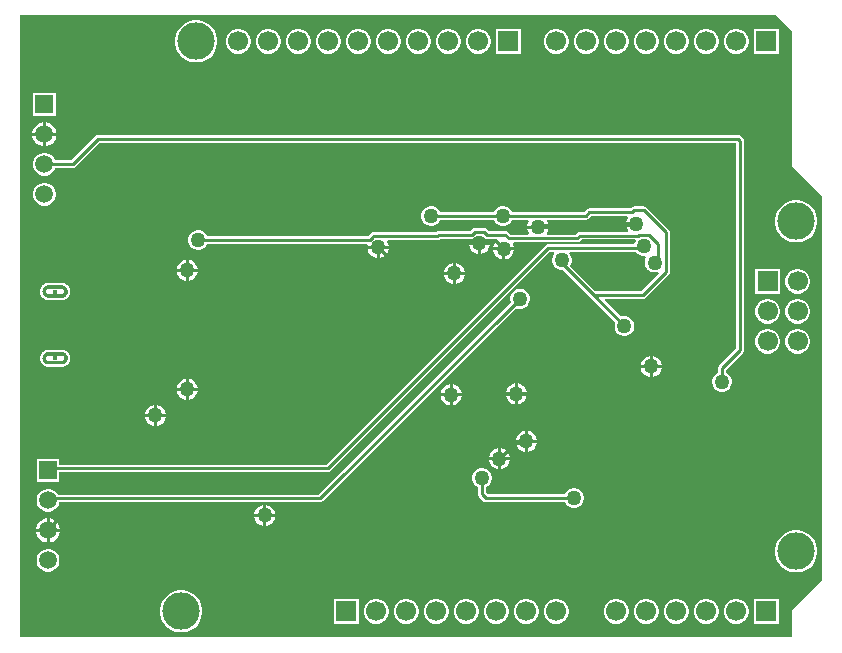
<source format=gbl>
G04*
G04 #@! TF.GenerationSoftware,Altium Limited,Altium Designer,23.10.1 (27)*
G04*
G04 Layer_Physical_Order=2*
G04 Layer_Color=16711680*
%FSLAX44Y44*%
%MOMM*%
G71*
G04*
G04 #@! TF.SameCoordinates,16AF5725-B043-4F5C-9A0C-3E45E005BEA5*
G04*
G04*
G04 #@! TF.FilePolarity,Positive*
G04*
G01*
G75*
%ADD16C,0.2540*%
%ADD51R,1.5200X1.5200*%
%ADD52C,1.5200*%
%ADD64C,0.4500*%
%ADD65C,3.1750*%
%ADD66C,1.7000*%
%ADD67R,1.7000X1.7000*%
%ADD68R,1.7000X1.7000*%
%ADD69C,1.2700*%
G36*
X657066Y516779D02*
Y403861D01*
X657320Y402585D01*
X658042Y401503D01*
X682466Y377079D01*
Y52181D01*
X658043Y27757D01*
X657320Y26676D01*
X657066Y25400D01*
Y3334D01*
X3334D01*
Y530066D01*
X643779D01*
X657066Y516779D01*
D02*
G37*
%LPC*%
G36*
X645500Y518500D02*
X624500D01*
Y497500D01*
X645500D01*
Y518500D01*
D02*
G37*
G36*
X610982D02*
X608218D01*
X605547Y517784D01*
X603153Y516402D01*
X601198Y514447D01*
X599816Y512053D01*
X599100Y509382D01*
Y506618D01*
X599816Y503947D01*
X601198Y501553D01*
X603153Y499598D01*
X605547Y498216D01*
X608218Y497500D01*
X610982D01*
X613653Y498216D01*
X616047Y499598D01*
X618002Y501553D01*
X619384Y503947D01*
X620100Y506618D01*
Y509382D01*
X619384Y512053D01*
X618002Y514447D01*
X616047Y516402D01*
X613653Y517784D01*
X610982Y518500D01*
D02*
G37*
G36*
X585582D02*
X582818D01*
X580147Y517784D01*
X577753Y516402D01*
X575798Y514447D01*
X574416Y512053D01*
X573700Y509382D01*
Y506618D01*
X574416Y503947D01*
X575798Y501553D01*
X577753Y499598D01*
X580147Y498216D01*
X582818Y497500D01*
X585582D01*
X588253Y498216D01*
X590647Y499598D01*
X592602Y501553D01*
X593984Y503947D01*
X594700Y506618D01*
Y509382D01*
X593984Y512053D01*
X592602Y514447D01*
X590647Y516402D01*
X588253Y517784D01*
X585582Y518500D01*
D02*
G37*
G36*
X560182D02*
X557418D01*
X554747Y517784D01*
X552353Y516402D01*
X550398Y514447D01*
X549016Y512053D01*
X548300Y509382D01*
Y506618D01*
X549016Y503947D01*
X550398Y501553D01*
X552353Y499598D01*
X554747Y498216D01*
X557418Y497500D01*
X560182D01*
X562853Y498216D01*
X565247Y499598D01*
X567202Y501553D01*
X568584Y503947D01*
X569300Y506618D01*
Y509382D01*
X568584Y512053D01*
X567202Y514447D01*
X565247Y516402D01*
X562853Y517784D01*
X560182Y518500D01*
D02*
G37*
G36*
X534782D02*
X532018D01*
X529347Y517784D01*
X526953Y516402D01*
X524998Y514447D01*
X523616Y512053D01*
X522900Y509382D01*
Y506618D01*
X523616Y503947D01*
X524998Y501553D01*
X526953Y499598D01*
X529347Y498216D01*
X532018Y497500D01*
X534782D01*
X537453Y498216D01*
X539847Y499598D01*
X541802Y501553D01*
X543184Y503947D01*
X543900Y506618D01*
Y509382D01*
X543184Y512053D01*
X541802Y514447D01*
X539847Y516402D01*
X537453Y517784D01*
X534782Y518500D01*
D02*
G37*
G36*
X509382D02*
X506618D01*
X503947Y517784D01*
X501553Y516402D01*
X499598Y514447D01*
X498216Y512053D01*
X497500Y509382D01*
Y506618D01*
X498216Y503947D01*
X499598Y501553D01*
X501553Y499598D01*
X503947Y498216D01*
X506618Y497500D01*
X509382D01*
X512053Y498216D01*
X514447Y499598D01*
X516402Y501553D01*
X517784Y503947D01*
X518500Y506618D01*
Y509382D01*
X517784Y512053D01*
X516402Y514447D01*
X514447Y516402D01*
X512053Y517784D01*
X509382Y518500D01*
D02*
G37*
G36*
X483982D02*
X481218D01*
X478547Y517784D01*
X476153Y516402D01*
X474198Y514447D01*
X472816Y512053D01*
X472100Y509382D01*
Y506618D01*
X472816Y503947D01*
X474198Y501553D01*
X476153Y499598D01*
X478547Y498216D01*
X481218Y497500D01*
X483982D01*
X486653Y498216D01*
X489047Y499598D01*
X491002Y501553D01*
X492384Y503947D01*
X493100Y506618D01*
Y509382D01*
X492384Y512053D01*
X491002Y514447D01*
X489047Y516402D01*
X486653Y517784D01*
X483982Y518500D01*
D02*
G37*
G36*
X458582D02*
X455818D01*
X453147Y517784D01*
X450753Y516402D01*
X448798Y514447D01*
X447416Y512053D01*
X446700Y509382D01*
Y506618D01*
X447416Y503947D01*
X448798Y501553D01*
X450753Y499598D01*
X453147Y498216D01*
X455818Y497500D01*
X458582D01*
X461253Y498216D01*
X463647Y499598D01*
X465602Y501553D01*
X466984Y503947D01*
X467700Y506618D01*
Y509382D01*
X466984Y512053D01*
X465602Y514447D01*
X463647Y516402D01*
X461253Y517784D01*
X458582Y518500D01*
D02*
G37*
G36*
X427060D02*
X406060D01*
Y497500D01*
X427060D01*
Y518500D01*
D02*
G37*
G36*
X392542D02*
X389778D01*
X387107Y517784D01*
X384713Y516402D01*
X382758Y514447D01*
X381376Y512053D01*
X380660Y509382D01*
Y506618D01*
X381376Y503947D01*
X382758Y501553D01*
X384713Y499598D01*
X387107Y498216D01*
X389778Y497500D01*
X392542D01*
X395213Y498216D01*
X397607Y499598D01*
X399562Y501553D01*
X400944Y503947D01*
X401660Y506618D01*
Y509382D01*
X400944Y512053D01*
X399562Y514447D01*
X397607Y516402D01*
X395213Y517784D01*
X392542Y518500D01*
D02*
G37*
G36*
X367142D02*
X364378D01*
X361707Y517784D01*
X359313Y516402D01*
X357358Y514447D01*
X355976Y512053D01*
X355260Y509382D01*
Y506618D01*
X355976Y503947D01*
X357358Y501553D01*
X359313Y499598D01*
X361707Y498216D01*
X364378Y497500D01*
X367142D01*
X369813Y498216D01*
X372207Y499598D01*
X374162Y501553D01*
X375544Y503947D01*
X376260Y506618D01*
Y509382D01*
X375544Y512053D01*
X374162Y514447D01*
X372207Y516402D01*
X369813Y517784D01*
X367142Y518500D01*
D02*
G37*
G36*
X341742D02*
X338978D01*
X336307Y517784D01*
X333913Y516402D01*
X331958Y514447D01*
X330576Y512053D01*
X329860Y509382D01*
Y506618D01*
X330576Y503947D01*
X331958Y501553D01*
X333913Y499598D01*
X336307Y498216D01*
X338978Y497500D01*
X341742D01*
X344413Y498216D01*
X346807Y499598D01*
X348762Y501553D01*
X350144Y503947D01*
X350860Y506618D01*
Y509382D01*
X350144Y512053D01*
X348762Y514447D01*
X346807Y516402D01*
X344413Y517784D01*
X341742Y518500D01*
D02*
G37*
G36*
X316342D02*
X313578D01*
X310907Y517784D01*
X308513Y516402D01*
X306558Y514447D01*
X305176Y512053D01*
X304460Y509382D01*
Y506618D01*
X305176Y503947D01*
X306558Y501553D01*
X308513Y499598D01*
X310907Y498216D01*
X313578Y497500D01*
X316342D01*
X319013Y498216D01*
X321407Y499598D01*
X323362Y501553D01*
X324744Y503947D01*
X325460Y506618D01*
Y509382D01*
X324744Y512053D01*
X323362Y514447D01*
X321407Y516402D01*
X319013Y517784D01*
X316342Y518500D01*
D02*
G37*
G36*
X290942D02*
X288178D01*
X285507Y517784D01*
X283113Y516402D01*
X281158Y514447D01*
X279776Y512053D01*
X279060Y509382D01*
Y506618D01*
X279776Y503947D01*
X281158Y501553D01*
X283113Y499598D01*
X285507Y498216D01*
X288178Y497500D01*
X290942D01*
X293613Y498216D01*
X296007Y499598D01*
X297962Y501553D01*
X299344Y503947D01*
X300060Y506618D01*
Y509382D01*
X299344Y512053D01*
X297962Y514447D01*
X296007Y516402D01*
X293613Y517784D01*
X290942Y518500D01*
D02*
G37*
G36*
X265542D02*
X262778D01*
X260107Y517784D01*
X257713Y516402D01*
X255758Y514447D01*
X254376Y512053D01*
X253660Y509382D01*
Y506618D01*
X254376Y503947D01*
X255758Y501553D01*
X257713Y499598D01*
X260107Y498216D01*
X262778Y497500D01*
X265542D01*
X268213Y498216D01*
X270607Y499598D01*
X272562Y501553D01*
X273944Y503947D01*
X274660Y506618D01*
Y509382D01*
X273944Y512053D01*
X272562Y514447D01*
X270607Y516402D01*
X268213Y517784D01*
X265542Y518500D01*
D02*
G37*
G36*
X240142D02*
X237378D01*
X234707Y517784D01*
X232313Y516402D01*
X230358Y514447D01*
X228976Y512053D01*
X228260Y509382D01*
Y506618D01*
X228976Y503947D01*
X230358Y501553D01*
X232313Y499598D01*
X234707Y498216D01*
X237378Y497500D01*
X240142D01*
X242813Y498216D01*
X245207Y499598D01*
X247162Y501553D01*
X248544Y503947D01*
X249260Y506618D01*
Y509382D01*
X248544Y512053D01*
X247162Y514447D01*
X245207Y516402D01*
X242813Y517784D01*
X240142Y518500D01*
D02*
G37*
G36*
X214742D02*
X211978D01*
X209307Y517784D01*
X206913Y516402D01*
X204958Y514447D01*
X203576Y512053D01*
X202860Y509382D01*
Y506618D01*
X203576Y503947D01*
X204958Y501553D01*
X206913Y499598D01*
X209307Y498216D01*
X211978Y497500D01*
X214742D01*
X217413Y498216D01*
X219807Y499598D01*
X221762Y501553D01*
X223144Y503947D01*
X223860Y506618D01*
Y509382D01*
X223144Y512053D01*
X221762Y514447D01*
X219807Y516402D01*
X217413Y517784D01*
X214742Y518500D01*
D02*
G37*
G36*
X189342D02*
X186578D01*
X183907Y517784D01*
X181513Y516402D01*
X179558Y514447D01*
X178176Y512053D01*
X177460Y509382D01*
Y506618D01*
X178176Y503947D01*
X179558Y501553D01*
X181513Y499598D01*
X183907Y498216D01*
X186578Y497500D01*
X189342D01*
X192013Y498216D01*
X194407Y499598D01*
X196362Y501553D01*
X197744Y503947D01*
X198460Y506618D01*
Y509382D01*
X197744Y512053D01*
X196362Y514447D01*
X194407Y516402D01*
X192013Y517784D01*
X189342Y518500D01*
D02*
G37*
G36*
X154160Y525875D02*
X150639D01*
X147186Y525188D01*
X143933Y523841D01*
X141005Y521884D01*
X138516Y519395D01*
X136559Y516467D01*
X135212Y513214D01*
X134525Y509761D01*
Y506240D01*
X135212Y502786D01*
X136559Y499533D01*
X138516Y496605D01*
X141005Y494116D01*
X143933Y492159D01*
X147186Y490812D01*
X150639Y490125D01*
X154160D01*
X157614Y490812D01*
X160867Y492159D01*
X163795Y494116D01*
X166284Y496605D01*
X168241Y499533D01*
X169588Y502786D01*
X170275Y506240D01*
Y509761D01*
X169588Y513214D01*
X168241Y516467D01*
X166284Y519395D01*
X163795Y521884D01*
X160867Y523841D01*
X157614Y525188D01*
X154160Y525875D01*
D02*
G37*
G36*
X33600Y464400D02*
X14400D01*
Y445200D01*
X33600D01*
Y464400D01*
D02*
G37*
G36*
X25335Y439540D02*
X25270D01*
Y430670D01*
X34140D01*
Y430735D01*
X33449Y433314D01*
X32114Y435626D01*
X30226Y437514D01*
X27914Y438849D01*
X25335Y439540D01*
D02*
G37*
G36*
X22730D02*
X22665D01*
X20086Y438849D01*
X17774Y437514D01*
X15886Y435626D01*
X14551Y433314D01*
X13860Y430735D01*
Y430670D01*
X22730D01*
Y439540D01*
D02*
G37*
G36*
X34140Y428130D02*
X25270D01*
Y419260D01*
X25335D01*
X27914Y419951D01*
X30226Y421286D01*
X32114Y423174D01*
X33449Y425486D01*
X34140Y428065D01*
Y428130D01*
D02*
G37*
G36*
X22730D02*
X13860D01*
Y428065D01*
X14551Y425486D01*
X15886Y423174D01*
X17774Y421286D01*
X20086Y419951D01*
X22665Y419260D01*
X22730D01*
Y428130D01*
D02*
G37*
G36*
X25264Y388200D02*
X22736D01*
X20294Y387546D01*
X18105Y386282D01*
X16318Y384495D01*
X15054Y382306D01*
X14400Y379864D01*
Y377336D01*
X15054Y374895D01*
X16318Y372706D01*
X18105Y370918D01*
X20294Y369655D01*
X22736Y369000D01*
X25264D01*
X27705Y369655D01*
X29894Y370918D01*
X31682Y372706D01*
X32946Y374895D01*
X33600Y377336D01*
Y379864D01*
X32946Y382306D01*
X31682Y384495D01*
X29894Y386282D01*
X27705Y387546D01*
X25264Y388200D01*
D02*
G37*
G36*
X413087Y368522D02*
X410889D01*
X408765Y367953D01*
X406861Y366854D01*
X405306Y365299D01*
X404271Y363506D01*
X359253D01*
X358218Y365299D01*
X356663Y366854D01*
X354759Y367953D01*
X352635Y368522D01*
X350437D01*
X348313Y367953D01*
X346409Y366854D01*
X344854Y365299D01*
X343755Y363395D01*
X343186Y361271D01*
Y359073D01*
X343755Y356949D01*
X344854Y355045D01*
X346409Y353490D01*
X348313Y352391D01*
X350437Y351822D01*
X352635D01*
X354759Y352391D01*
X356663Y353490D01*
X358218Y355045D01*
X359253Y356838D01*
X404271D01*
X405306Y355045D01*
X406861Y353490D01*
X408765Y352391D01*
X410889Y351822D01*
X413087D01*
X415211Y352391D01*
X417115Y353490D01*
X418670Y355045D01*
X419705Y356838D01*
X433533D01*
X434267Y355568D01*
X433466Y354182D01*
X432887Y352020D01*
X450614D01*
X450034Y354182D01*
X449119Y355766D01*
X449713Y357036D01*
X482250D01*
X483526Y357290D01*
X484607Y358013D01*
X486506Y359911D01*
X517189D01*
X517783Y358641D01*
X516868Y357057D01*
X516289Y354895D01*
X525153D01*
Y352355D01*
X516289D01*
X516868Y350194D01*
X518000Y348234D01*
X517830Y347563D01*
X517582Y346964D01*
X477415D01*
X476139Y346710D01*
X475058Y345988D01*
X473535Y344464D01*
X449713D01*
X449119Y345734D01*
X450034Y347319D01*
X450614Y349480D01*
X432887D01*
X433466Y347319D01*
X434381Y345734D01*
X433787Y344464D01*
X418855D01*
X416648Y346672D01*
X415566Y347394D01*
X414290Y347648D01*
X399922D01*
X398592Y348978D01*
X397511Y349701D01*
X396235Y349955D01*
X388265D01*
X386990Y349701D01*
X385908Y348978D01*
X384578Y347648D01*
X357929D01*
X356653Y347394D01*
X355572Y346672D01*
X355354Y346454D01*
X302516D01*
X301868Y346325D01*
X301241Y346201D01*
X301240Y346200D01*
X301240Y346200D01*
X300705Y345843D01*
X300159Y345478D01*
X299408Y344729D01*
X299408Y344728D01*
X299408Y344728D01*
X298014Y343334D01*
X161967D01*
X160932Y345127D01*
X159377Y346682D01*
X157473Y347781D01*
X155349Y348350D01*
X153151D01*
X151027Y347781D01*
X149123Y346682D01*
X147568Y345127D01*
X146469Y343223D01*
X145900Y341099D01*
Y338901D01*
X146469Y336777D01*
X147568Y334873D01*
X149123Y333318D01*
X151027Y332219D01*
X153151Y331650D01*
X155349D01*
X157473Y332219D01*
X159377Y333318D01*
X160932Y334873D01*
X161967Y336666D01*
X297101D01*
X297875Y335658D01*
X297637Y334770D01*
X315363D01*
X314784Y336931D01*
X313869Y338516D01*
X314463Y339786D01*
X356735D01*
X358011Y340040D01*
X359092Y340762D01*
X359310Y340980D01*
X382908D01*
X383773Y339710D01*
X383387Y338271D01*
X401114D01*
X400728Y339710D01*
X401593Y340980D01*
X407551D01*
X407892Y339710D01*
X407291Y339364D01*
X405636Y337708D01*
X404466Y335681D01*
X403887Y333520D01*
X421613D01*
X421034Y335681D01*
X420546Y336526D01*
X421280Y337796D01*
X474916D01*
X476191Y338050D01*
X477273Y338773D01*
X478796Y340296D01*
X523682D01*
X524415Y339026D01*
X523775Y337917D01*
X523284Y336084D01*
X450000D01*
X448724Y335830D01*
X447643Y335108D01*
X262269Y149734D01*
X36600D01*
Y154350D01*
X17400D01*
Y135150D01*
X36600D01*
Y143066D01*
X263650D01*
X264926Y143320D01*
X266007Y144043D01*
X451381Y329416D01*
X455121D01*
X455647Y328146D01*
X455266Y327765D01*
X454167Y325861D01*
X453598Y323737D01*
Y321539D01*
X454167Y319415D01*
X455266Y317511D01*
X456821Y315956D01*
X458725Y314857D01*
X460849Y314288D01*
X463047D01*
X463205Y314330D01*
X486776Y290758D01*
X507186Y270349D01*
X506650Y268349D01*
Y266151D01*
X507219Y264027D01*
X508318Y262123D01*
X509873Y260569D01*
X511777Y259469D01*
X513900Y258900D01*
X516099D01*
X518223Y259469D01*
X520127Y260569D01*
X521681Y262123D01*
X522781Y264027D01*
X523350Y266151D01*
Y268349D01*
X522781Y270473D01*
X521681Y272377D01*
X520127Y273932D01*
X518223Y275031D01*
X516099Y275600D01*
X513900D01*
X511901Y275064D01*
X498356Y288609D01*
X498842Y289782D01*
X530352D01*
X531628Y290036D01*
X532710Y290758D01*
X552477Y310526D01*
X553200Y311608D01*
X553454Y312884D01*
Y346235D01*
X553200Y347511D01*
X552477Y348592D01*
X533842Y367228D01*
X532761Y367950D01*
X531485Y368204D01*
X523265D01*
X521989Y367950D01*
X520907Y367228D01*
X520259Y366579D01*
X485125D01*
X483849Y366325D01*
X482767Y365603D01*
X480869Y363704D01*
X437765D01*
X436769Y363506D01*
X419705D01*
X418670Y365299D01*
X417115Y366854D01*
X415211Y367953D01*
X413087Y368522D01*
D02*
G37*
G36*
X662160Y373475D02*
X658640D01*
X655186Y372788D01*
X651933Y371441D01*
X649005Y369484D01*
X646516Y366995D01*
X644559Y364067D01*
X643212Y360814D01*
X642525Y357360D01*
Y353839D01*
X643212Y350386D01*
X644559Y347133D01*
X646516Y344205D01*
X649005Y341716D01*
X651933Y339759D01*
X655186Y338412D01*
X658640Y337725D01*
X662160D01*
X665614Y338412D01*
X668867Y339759D01*
X671795Y341716D01*
X674284Y344205D01*
X676241Y347133D01*
X677588Y350386D01*
X678275Y353839D01*
Y357360D01*
X677588Y360814D01*
X676241Y364067D01*
X674284Y366995D01*
X671795Y369484D01*
X668867Y371441D01*
X665614Y372788D01*
X662160Y373475D01*
D02*
G37*
G36*
X401114Y335731D02*
X393520D01*
Y328137D01*
X395682Y328716D01*
X397709Y329887D01*
X399364Y331542D01*
X400534Y333569D01*
X401114Y335731D01*
D02*
G37*
G36*
X390980D02*
X383387D01*
X383966Y333569D01*
X385136Y331542D01*
X386792Y329887D01*
X388819Y328716D01*
X390980Y328137D01*
Y335731D01*
D02*
G37*
G36*
X315363Y332230D02*
X307770D01*
Y324637D01*
X309931Y325216D01*
X311958Y326386D01*
X313613Y328041D01*
X314784Y330069D01*
X315363Y332230D01*
D02*
G37*
G36*
X305230D02*
X297637D01*
X298216Y330069D01*
X299386Y328041D01*
X301041Y326386D01*
X303068Y325216D01*
X305230Y324637D01*
Y332230D01*
D02*
G37*
G36*
X421613Y330980D02*
X414020D01*
Y323386D01*
X416181Y323966D01*
X418209Y325136D01*
X419864Y326791D01*
X421034Y328818D01*
X421613Y330980D01*
D02*
G37*
G36*
X411480D02*
X403887D01*
X404466Y328818D01*
X405636Y326791D01*
X407291Y325136D01*
X409319Y323966D01*
X411480Y323386D01*
Y330980D01*
D02*
G37*
G36*
X146020Y323113D02*
Y315520D01*
X153613D01*
X153034Y317681D01*
X151864Y319709D01*
X150209Y321364D01*
X148181Y322534D01*
X146020Y323113D01*
D02*
G37*
G36*
X143480D02*
X141319Y322534D01*
X139291Y321364D01*
X137636Y319709D01*
X136466Y317681D01*
X135887Y315520D01*
X143480D01*
Y323113D01*
D02*
G37*
G36*
X372270Y320363D02*
Y312770D01*
X379863D01*
X379284Y314931D01*
X378114Y316959D01*
X376459Y318614D01*
X374431Y319784D01*
X372270Y320363D01*
D02*
G37*
G36*
X369730D02*
X367569Y319784D01*
X365541Y318614D01*
X363886Y316959D01*
X362716Y314931D01*
X362137Y312770D01*
X369730D01*
Y320363D01*
D02*
G37*
G36*
X153613Y312980D02*
X146020D01*
Y305387D01*
X148181Y305966D01*
X150209Y307136D01*
X151864Y308791D01*
X153034Y310819D01*
X153613Y312980D01*
D02*
G37*
G36*
X143480D02*
X135887D01*
X136466Y310819D01*
X137636Y308791D01*
X139291Y307136D01*
X141319Y305966D01*
X143480Y305387D01*
Y312980D01*
D02*
G37*
G36*
X38520Y303509D02*
X27520D01*
X27493Y303504D01*
X27466Y303508D01*
X27192Y303501D01*
X27139Y303489D01*
X27085Y303496D01*
X26811Y303474D01*
X26759Y303459D01*
X26705Y303463D01*
X26433Y303427D01*
X26381Y303410D01*
X26327Y303410D01*
X26057Y303360D01*
X26007Y303340D01*
X25952Y303338D01*
X25685Y303274D01*
X25636Y303251D01*
X25582Y303246D01*
X25318Y303168D01*
X25271Y303143D01*
X25217Y303135D01*
X24958Y303043D01*
X24911Y303016D01*
X24858Y303005D01*
X24604Y302900D01*
X24559Y302870D01*
X24507Y302857D01*
X24259Y302738D01*
X24215Y302706D01*
X24164Y302690D01*
X23922Y302559D01*
X23880Y302524D01*
X23830Y302505D01*
X23595Y302362D01*
X23555Y302325D01*
X23506Y302304D01*
X23279Y302148D01*
X23241Y302109D01*
X23193Y302085D01*
X22975Y301918D01*
X22939Y301877D01*
X22892Y301851D01*
X22683Y301672D01*
X22649Y301630D01*
X22603Y301601D01*
X22404Y301411D01*
X22373Y301367D01*
X22329Y301336D01*
X22139Y301137D01*
X22110Y301091D01*
X22068Y301057D01*
X21889Y300848D01*
X21863Y300801D01*
X21822Y300765D01*
X21655Y300547D01*
X21631Y300499D01*
X21592Y300461D01*
X21436Y300234D01*
X21415Y300184D01*
X21378Y300145D01*
X21235Y299910D01*
X21216Y299860D01*
X21181Y299818D01*
X21050Y299576D01*
X21034Y299525D01*
X21002Y299481D01*
X20883Y299233D01*
X20870Y299181D01*
X20840Y299136D01*
X20735Y298882D01*
X20724Y298829D01*
X20696Y298782D01*
X20605Y298523D01*
X20597Y298469D01*
X20572Y298421D01*
X20494Y298158D01*
X20489Y298104D01*
X20466Y298055D01*
X20402Y297788D01*
X20400Y297734D01*
X20380Y297683D01*
X20330Y297413D01*
X20330Y297359D01*
X20313Y297307D01*
X20277Y297035D01*
X20280Y296981D01*
X20266Y296929D01*
X20244Y296655D01*
X20251Y296601D01*
X20239Y296548D01*
X20231Y296273D01*
X20241Y296220D01*
X20231Y296167D01*
X20239Y295892D01*
X20251Y295839D01*
X20244Y295785D01*
X20266Y295511D01*
X20280Y295459D01*
X20277Y295405D01*
X20313Y295133D01*
X20330Y295081D01*
X20330Y295027D01*
X20380Y294757D01*
X20400Y294706D01*
X20402Y294652D01*
X20466Y294385D01*
X20489Y294336D01*
X20494Y294282D01*
X20572Y294019D01*
X20597Y293971D01*
X20605Y293917D01*
X20696Y293658D01*
X20724Y293611D01*
X20735Y293558D01*
X20840Y293304D01*
X20870Y293259D01*
X20883Y293207D01*
X21002Y292959D01*
X21034Y292915D01*
X21050Y292864D01*
X21181Y292622D01*
X21216Y292580D01*
X21235Y292530D01*
X21378Y292295D01*
X21415Y292255D01*
X21436Y292206D01*
X21592Y291979D01*
X21631Y291941D01*
X21655Y291893D01*
X21822Y291675D01*
X21863Y291639D01*
X21889Y291592D01*
X22068Y291383D01*
X22111Y291349D01*
X22139Y291303D01*
X22329Y291104D01*
X22373Y291073D01*
X22404Y291029D01*
X22603Y290839D01*
X22649Y290810D01*
X22683Y290768D01*
X22892Y290589D01*
X22939Y290563D01*
X22975Y290522D01*
X23193Y290355D01*
X23241Y290331D01*
X23279Y290292D01*
X23505Y290137D01*
X23555Y290115D01*
X23595Y290078D01*
X23830Y289935D01*
X23880Y289916D01*
X23922Y289881D01*
X24164Y289750D01*
X24215Y289734D01*
X24259Y289702D01*
X24507Y289583D01*
X24559Y289570D01*
X24604Y289540D01*
X24858Y289435D01*
X24911Y289424D01*
X24958Y289396D01*
X25217Y289305D01*
X25271Y289297D01*
X25319Y289272D01*
X25582Y289194D01*
X25636Y289189D01*
X25685Y289166D01*
X25952Y289102D01*
X26007Y289100D01*
X26057Y289080D01*
X26327Y289030D01*
X26381Y289030D01*
X26432Y289013D01*
X26705Y288977D01*
X26759Y288981D01*
X26811Y288966D01*
X27085Y288944D01*
X27139Y288951D01*
X27192Y288939D01*
X27467Y288932D01*
X27493Y288936D01*
X27520Y288931D01*
X38520D01*
X38547Y288936D01*
X38573Y288932D01*
X38848Y288939D01*
X38901Y288951D01*
X38955Y288944D01*
X39229Y288966D01*
X39281Y288981D01*
X39335Y288977D01*
X39608Y289013D01*
X39659Y289030D01*
X39713Y289030D01*
X39983Y289080D01*
X40033Y289100D01*
X40087Y289102D01*
X40355Y289166D01*
X40404Y289189D01*
X40458Y289194D01*
X40721Y289272D01*
X40769Y289297D01*
X40823Y289305D01*
X41082Y289396D01*
X41129Y289424D01*
X41182Y289435D01*
X41436Y289540D01*
X41481Y289570D01*
X41533Y289583D01*
X41781Y289702D01*
X41825Y289734D01*
X41876Y289750D01*
X42118Y289881D01*
X42160Y289916D01*
X42210Y289935D01*
X42445Y290078D01*
X42485Y290115D01*
X42534Y290137D01*
X42761Y290292D01*
X42799Y290331D01*
X42847Y290355D01*
X43065Y290522D01*
X43101Y290563D01*
X43148Y290589D01*
X43357Y290768D01*
X43391Y290811D01*
X43437Y290839D01*
X43636Y291029D01*
X43667Y291073D01*
X43711Y291104D01*
X43901Y291303D01*
X43930Y291349D01*
X43972Y291383D01*
X44151Y291592D01*
X44177Y291639D01*
X44218Y291675D01*
X44385Y291893D01*
X44409Y291941D01*
X44448Y291979D01*
X44604Y292206D01*
X44625Y292255D01*
X44662Y292295D01*
X44805Y292530D01*
X44824Y292580D01*
X44859Y292622D01*
X44990Y292864D01*
X45006Y292915D01*
X45038Y292959D01*
X45157Y293207D01*
X45170Y293259D01*
X45200Y293304D01*
X45305Y293558D01*
X45316Y293611D01*
X45343Y293658D01*
X45435Y293917D01*
X45443Y293971D01*
X45468Y294019D01*
X45546Y294282D01*
X45551Y294336D01*
X45574Y294385D01*
X45638Y294652D01*
X45640Y294706D01*
X45660Y294757D01*
X45710Y295027D01*
X45710Y295081D01*
X45727Y295133D01*
X45763Y295405D01*
X45760Y295459D01*
X45774Y295511D01*
X45796Y295785D01*
X45789Y295839D01*
X45801Y295892D01*
X45809Y296167D01*
X45799Y296220D01*
X45809Y296273D01*
X45801Y296548D01*
X45789Y296601D01*
X45796Y296655D01*
X45774Y296929D01*
X45760Y296981D01*
X45763Y297035D01*
X45727Y297307D01*
X45710Y297359D01*
X45710Y297413D01*
X45660Y297683D01*
X45640Y297734D01*
X45638Y297788D01*
X45574Y298055D01*
X45551Y298104D01*
X45546Y298158D01*
X45468Y298421D01*
X45443Y298469D01*
X45435Y298523D01*
X45343Y298782D01*
X45316Y298829D01*
X45305Y298882D01*
X45200Y299136D01*
X45170Y299181D01*
X45157Y299233D01*
X45038Y299481D01*
X45006Y299525D01*
X44990Y299576D01*
X44859Y299818D01*
X44824Y299860D01*
X44805Y299910D01*
X44662Y300145D01*
X44625Y300185D01*
X44604Y300234D01*
X44448Y300461D01*
X44409Y300499D01*
X44385Y300547D01*
X44218Y300765D01*
X44177Y300801D01*
X44151Y300848D01*
X43972Y301057D01*
X43930Y301091D01*
X43901Y301137D01*
X43712Y301336D01*
X43667Y301367D01*
X43636Y301411D01*
X43437Y301601D01*
X43391Y301630D01*
X43357Y301672D01*
X43148Y301851D01*
X43101Y301877D01*
X43065Y301918D01*
X42847Y302085D01*
X42799Y302109D01*
X42761Y302148D01*
X42534Y302304D01*
X42485Y302325D01*
X42445Y302362D01*
X42210Y302505D01*
X42160Y302524D01*
X42118Y302559D01*
X41876Y302690D01*
X41825Y302706D01*
X41781Y302738D01*
X41533Y302857D01*
X41481Y302870D01*
X41436Y302900D01*
X41182Y303005D01*
X41129Y303016D01*
X41082Y303043D01*
X40823Y303135D01*
X40769Y303143D01*
X40722Y303168D01*
X40458Y303246D01*
X40404Y303251D01*
X40355Y303274D01*
X40087Y303338D01*
X40033Y303340D01*
X39983Y303360D01*
X39713Y303410D01*
X39659Y303410D01*
X39607Y303427D01*
X39335Y303463D01*
X39281Y303459D01*
X39229Y303474D01*
X38955Y303496D01*
X38901Y303489D01*
X38848Y303501D01*
X38574Y303508D01*
X38547Y303504D01*
X38520Y303509D01*
D02*
G37*
G36*
X379863Y310230D02*
X372270D01*
Y302637D01*
X374431Y303216D01*
X376459Y304386D01*
X378114Y306041D01*
X379284Y308069D01*
X379863Y310230D01*
D02*
G37*
G36*
X369730D02*
X362137D01*
X362716Y308069D01*
X363886Y306041D01*
X365541Y304386D01*
X367569Y303216D01*
X369730Y302637D01*
Y310230D01*
D02*
G37*
G36*
X663052Y315300D02*
X660288D01*
X657617Y314584D01*
X655223Y313202D01*
X653268Y311247D01*
X651886Y308853D01*
X651170Y306182D01*
Y303418D01*
X651886Y300747D01*
X653268Y298353D01*
X655223Y296398D01*
X657617Y295016D01*
X660288Y294300D01*
X663052D01*
X665723Y295016D01*
X668117Y296398D01*
X670072Y298353D01*
X671454Y300747D01*
X672170Y303418D01*
Y306182D01*
X671454Y308853D01*
X670072Y311247D01*
X668117Y313202D01*
X665723Y314584D01*
X663052Y315300D01*
D02*
G37*
G36*
X646770D02*
X625770D01*
Y294300D01*
X646770D01*
Y315300D01*
D02*
G37*
G36*
X427502Y298502D02*
X425303D01*
X423180Y297933D01*
X421275Y296834D01*
X419721Y295279D01*
X418621Y293375D01*
X418052Y291252D01*
Y289053D01*
X418588Y287053D01*
X255869Y124334D01*
X35208D01*
X34682Y125245D01*
X32895Y127032D01*
X30706Y128296D01*
X28264Y128950D01*
X25736D01*
X23295Y128296D01*
X21106Y127032D01*
X19318Y125245D01*
X18054Y123055D01*
X17400Y120614D01*
Y118086D01*
X18054Y115645D01*
X19318Y113455D01*
X21106Y111668D01*
X23295Y110404D01*
X25736Y109750D01*
X28264D01*
X30706Y110404D01*
X32895Y111668D01*
X34682Y113455D01*
X35946Y115645D01*
X36488Y117666D01*
X257250D01*
X258526Y117920D01*
X259608Y118643D01*
X423303Y282338D01*
X425303Y281802D01*
X427502D01*
X429626Y282371D01*
X431530Y283471D01*
X433084Y285025D01*
X434184Y286929D01*
X434753Y289053D01*
Y291252D01*
X434184Y293375D01*
X433084Y295279D01*
X431530Y296834D01*
X429626Y297933D01*
X427502Y298502D01*
D02*
G37*
G36*
X663052Y289900D02*
X660288D01*
X657617Y289184D01*
X655223Y287802D01*
X653268Y285847D01*
X651886Y283453D01*
X651170Y280782D01*
Y278018D01*
X651886Y275347D01*
X653268Y272953D01*
X655223Y270998D01*
X657617Y269616D01*
X660288Y268900D01*
X663052D01*
X665723Y269616D01*
X668117Y270998D01*
X670072Y272953D01*
X671454Y275347D01*
X672170Y278018D01*
Y280782D01*
X671454Y283453D01*
X670072Y285847D01*
X668117Y287802D01*
X665723Y289184D01*
X663052Y289900D01*
D02*
G37*
G36*
X637652D02*
X634888D01*
X632217Y289184D01*
X629823Y287802D01*
X627868Y285847D01*
X626486Y283453D01*
X625770Y280782D01*
Y278018D01*
X626486Y275347D01*
X627868Y272953D01*
X629823Y270998D01*
X632217Y269616D01*
X634888Y268900D01*
X637652D01*
X640323Y269616D01*
X642717Y270998D01*
X644672Y272953D01*
X646054Y275347D01*
X646770Y278018D01*
Y280782D01*
X646054Y283453D01*
X644672Y285847D01*
X642717Y287802D01*
X640323Y289184D01*
X637652Y289900D01*
D02*
G37*
G36*
X38520Y247009D02*
X27520D01*
X27493Y247004D01*
X27467Y247008D01*
X27192Y247001D01*
X27139Y246989D01*
X27085Y246996D01*
X26811Y246974D01*
X26759Y246959D01*
X26705Y246963D01*
X26432Y246927D01*
X26381Y246910D01*
X26327Y246910D01*
X26057Y246860D01*
X26007Y246840D01*
X25952Y246838D01*
X25685Y246774D01*
X25636Y246751D01*
X25582Y246746D01*
X25319Y246668D01*
X25271Y246643D01*
X25217Y246635D01*
X24958Y246544D01*
X24911Y246516D01*
X24858Y246505D01*
X24604Y246400D01*
X24559Y246370D01*
X24507Y246357D01*
X24259Y246238D01*
X24215Y246206D01*
X24164Y246190D01*
X23922Y246059D01*
X23880Y246024D01*
X23830Y246005D01*
X23595Y245862D01*
X23555Y245825D01*
X23505Y245804D01*
X23279Y245648D01*
X23241Y245609D01*
X23193Y245585D01*
X22975Y245418D01*
X22939Y245377D01*
X22892Y245351D01*
X22683Y245172D01*
X22649Y245130D01*
X22603Y245101D01*
X22404Y244911D01*
X22373Y244867D01*
X22329Y244836D01*
X22139Y244637D01*
X22110Y244591D01*
X22068Y244557D01*
X21889Y244348D01*
X21863Y244301D01*
X21822Y244265D01*
X21655Y244047D01*
X21631Y243999D01*
X21592Y243961D01*
X21436Y243734D01*
X21415Y243685D01*
X21378Y243645D01*
X21235Y243410D01*
X21216Y243360D01*
X21181Y243318D01*
X21050Y243076D01*
X21034Y243025D01*
X21002Y242981D01*
X20883Y242733D01*
X20870Y242681D01*
X20840Y242636D01*
X20735Y242382D01*
X20724Y242329D01*
X20696Y242282D01*
X20605Y242023D01*
X20597Y241969D01*
X20572Y241921D01*
X20494Y241658D01*
X20489Y241604D01*
X20466Y241555D01*
X20402Y241288D01*
X20400Y241234D01*
X20380Y241183D01*
X20330Y240913D01*
X20330Y240859D01*
X20313Y240807D01*
X20277Y240535D01*
X20280Y240481D01*
X20266Y240429D01*
X20244Y240155D01*
X20251Y240101D01*
X20239Y240048D01*
X20231Y239773D01*
X20241Y239720D01*
X20231Y239667D01*
X20239Y239392D01*
X20251Y239339D01*
X20244Y239285D01*
X20266Y239011D01*
X20280Y238959D01*
X20277Y238905D01*
X20313Y238633D01*
X20330Y238581D01*
X20330Y238527D01*
X20380Y238257D01*
X20400Y238206D01*
X20402Y238152D01*
X20466Y237885D01*
X20489Y237836D01*
X20494Y237782D01*
X20572Y237519D01*
X20597Y237471D01*
X20605Y237417D01*
X20696Y237158D01*
X20724Y237111D01*
X20735Y237058D01*
X20840Y236804D01*
X20870Y236759D01*
X20883Y236707D01*
X21002Y236459D01*
X21034Y236415D01*
X21050Y236364D01*
X21181Y236122D01*
X21216Y236080D01*
X21235Y236030D01*
X21378Y235795D01*
X21415Y235755D01*
X21436Y235706D01*
X21592Y235479D01*
X21631Y235441D01*
X21655Y235393D01*
X21822Y235175D01*
X21863Y235139D01*
X21889Y235092D01*
X22068Y234883D01*
X22110Y234849D01*
X22139Y234803D01*
X22329Y234604D01*
X22373Y234573D01*
X22404Y234529D01*
X22603Y234339D01*
X22649Y234310D01*
X22683Y234268D01*
X22892Y234089D01*
X22939Y234063D01*
X22975Y234022D01*
X23193Y233855D01*
X23241Y233831D01*
X23279Y233792D01*
X23506Y233636D01*
X23555Y233615D01*
X23595Y233578D01*
X23830Y233435D01*
X23880Y233416D01*
X23922Y233381D01*
X24164Y233250D01*
X24215Y233234D01*
X24259Y233202D01*
X24507Y233083D01*
X24559Y233070D01*
X24604Y233040D01*
X24858Y232935D01*
X24911Y232924D01*
X24958Y232896D01*
X25217Y232805D01*
X25271Y232797D01*
X25318Y232772D01*
X25582Y232694D01*
X25636Y232689D01*
X25685Y232666D01*
X25952Y232602D01*
X26007Y232600D01*
X26057Y232580D01*
X26327Y232530D01*
X26381Y232530D01*
X26433Y232513D01*
X26705Y232477D01*
X26759Y232481D01*
X26811Y232466D01*
X27085Y232444D01*
X27139Y232451D01*
X27192Y232439D01*
X27466Y232432D01*
X27493Y232436D01*
X27520Y232431D01*
X38520D01*
X38547Y232436D01*
X38574Y232432D01*
X38848Y232439D01*
X38901Y232451D01*
X38955Y232444D01*
X39229Y232466D01*
X39281Y232481D01*
X39335Y232477D01*
X39607Y232513D01*
X39659Y232530D01*
X39713Y232530D01*
X39983Y232580D01*
X40033Y232600D01*
X40087Y232602D01*
X40355Y232666D01*
X40404Y232689D01*
X40458Y232694D01*
X40722Y232772D01*
X40770Y232797D01*
X40823Y232805D01*
X41082Y232896D01*
X41129Y232924D01*
X41182Y232935D01*
X41436Y233040D01*
X41481Y233070D01*
X41533Y233083D01*
X41781Y233202D01*
X41825Y233234D01*
X41876Y233250D01*
X42118Y233381D01*
X42160Y233416D01*
X42210Y233435D01*
X42445Y233578D01*
X42485Y233615D01*
X42534Y233636D01*
X42761Y233792D01*
X42799Y233831D01*
X42847Y233855D01*
X43065Y234022D01*
X43101Y234063D01*
X43148Y234089D01*
X43357Y234268D01*
X43391Y234310D01*
X43437Y234339D01*
X43636Y234529D01*
X43667Y234573D01*
X43712Y234604D01*
X43901Y234803D01*
X43930Y234849D01*
X43972Y234883D01*
X44151Y235092D01*
X44177Y235139D01*
X44218Y235175D01*
X44385Y235393D01*
X44409Y235441D01*
X44448Y235479D01*
X44604Y235706D01*
X44625Y235756D01*
X44662Y235795D01*
X44805Y236030D01*
X44824Y236080D01*
X44859Y236122D01*
X44990Y236364D01*
X45006Y236415D01*
X45038Y236459D01*
X45157Y236707D01*
X45170Y236759D01*
X45200Y236804D01*
X45305Y237058D01*
X45316Y237111D01*
X45343Y237158D01*
X45435Y237417D01*
X45443Y237471D01*
X45468Y237519D01*
X45546Y237782D01*
X45551Y237836D01*
X45574Y237885D01*
X45638Y238152D01*
X45640Y238206D01*
X45660Y238257D01*
X45710Y238527D01*
X45710Y238581D01*
X45727Y238633D01*
X45763Y238905D01*
X45760Y238959D01*
X45774Y239011D01*
X45796Y239285D01*
X45789Y239339D01*
X45801Y239392D01*
X45809Y239667D01*
X45799Y239720D01*
X45809Y239773D01*
X45801Y240048D01*
X45789Y240101D01*
X45796Y240155D01*
X45774Y240429D01*
X45760Y240481D01*
X45763Y240535D01*
X45727Y240807D01*
X45710Y240859D01*
X45710Y240913D01*
X45660Y241183D01*
X45640Y241234D01*
X45638Y241288D01*
X45574Y241555D01*
X45551Y241604D01*
X45546Y241658D01*
X45468Y241921D01*
X45443Y241969D01*
X45435Y242023D01*
X45343Y242282D01*
X45316Y242329D01*
X45305Y242382D01*
X45200Y242636D01*
X45170Y242681D01*
X45157Y242733D01*
X45038Y242981D01*
X45006Y243025D01*
X44990Y243076D01*
X44859Y243318D01*
X44824Y243360D01*
X44805Y243410D01*
X44662Y243645D01*
X44625Y243685D01*
X44604Y243734D01*
X44448Y243961D01*
X44409Y243999D01*
X44385Y244047D01*
X44218Y244265D01*
X44177Y244301D01*
X44151Y244348D01*
X43972Y244557D01*
X43930Y244591D01*
X43901Y244637D01*
X43711Y244836D01*
X43667Y244867D01*
X43636Y244911D01*
X43437Y245101D01*
X43391Y245130D01*
X43357Y245172D01*
X43148Y245351D01*
X43101Y245377D01*
X43065Y245418D01*
X42847Y245585D01*
X42799Y245609D01*
X42761Y245648D01*
X42534Y245804D01*
X42485Y245825D01*
X42445Y245862D01*
X42210Y246005D01*
X42160Y246024D01*
X42118Y246059D01*
X41876Y246190D01*
X41825Y246206D01*
X41781Y246238D01*
X41533Y246357D01*
X41481Y246370D01*
X41436Y246400D01*
X41182Y246505D01*
X41129Y246516D01*
X41082Y246544D01*
X40823Y246635D01*
X40769Y246643D01*
X40721Y246668D01*
X40458Y246746D01*
X40404Y246751D01*
X40355Y246774D01*
X40087Y246838D01*
X40033Y246840D01*
X39983Y246860D01*
X39713Y246910D01*
X39659Y246910D01*
X39608Y246927D01*
X39335Y246963D01*
X39281Y246959D01*
X39229Y246974D01*
X38955Y246996D01*
X38901Y246989D01*
X38848Y247001D01*
X38573Y247008D01*
X38547Y247004D01*
X38520Y247009D01*
D02*
G37*
G36*
X663052Y264500D02*
X660288D01*
X657617Y263784D01*
X655223Y262402D01*
X653268Y260447D01*
X651886Y258053D01*
X651170Y255382D01*
Y252618D01*
X651886Y249947D01*
X653268Y247553D01*
X655223Y245598D01*
X657617Y244216D01*
X660288Y243500D01*
X663052D01*
X665723Y244216D01*
X668117Y245598D01*
X670072Y247553D01*
X671454Y249947D01*
X672170Y252618D01*
Y255382D01*
X671454Y258053D01*
X670072Y260447D01*
X668117Y262402D01*
X665723Y263784D01*
X663052Y264500D01*
D02*
G37*
G36*
X637652D02*
X634888D01*
X632217Y263784D01*
X629823Y262402D01*
X627868Y260447D01*
X626486Y258053D01*
X625770Y255382D01*
Y252618D01*
X626486Y249947D01*
X627868Y247553D01*
X629823Y245598D01*
X632217Y244216D01*
X634888Y243500D01*
X637652D01*
X640323Y244216D01*
X642717Y245598D01*
X644672Y247553D01*
X646054Y249947D01*
X646770Y252618D01*
Y255382D01*
X646054Y258053D01*
X644672Y260447D01*
X642717Y262402D01*
X640323Y263784D01*
X637652Y264500D01*
D02*
G37*
G36*
X539020Y241613D02*
Y234020D01*
X546613D01*
X546034Y236181D01*
X544864Y238208D01*
X543209Y239864D01*
X541181Y241034D01*
X539020Y241613D01*
D02*
G37*
G36*
X536480D02*
X534319Y241034D01*
X532291Y239864D01*
X530636Y238208D01*
X529466Y236181D01*
X528887Y234020D01*
X536480D01*
Y241613D01*
D02*
G37*
G36*
X546613Y231480D02*
X539020D01*
Y223887D01*
X541181Y224466D01*
X543209Y225636D01*
X544864Y227291D01*
X546034Y229318D01*
X546613Y231480D01*
D02*
G37*
G36*
X536480D02*
X528887D01*
X529466Y229318D01*
X530636Y227291D01*
X532291Y225636D01*
X534319Y224466D01*
X536480Y223887D01*
Y231480D01*
D02*
G37*
G36*
X146020Y222363D02*
Y214770D01*
X153613D01*
X153034Y216931D01*
X151864Y218958D01*
X150209Y220613D01*
X148181Y221784D01*
X146020Y222363D01*
D02*
G37*
G36*
X143480D02*
X141319Y221784D01*
X139291Y220613D01*
X137636Y218958D01*
X136466Y216931D01*
X135887Y214770D01*
X143480D01*
Y222363D01*
D02*
G37*
G36*
X611592Y428834D02*
X69250D01*
X67974Y428580D01*
X66892Y427857D01*
X46369Y407334D01*
X33045D01*
X32946Y407706D01*
X31682Y409895D01*
X29894Y411682D01*
X27705Y412946D01*
X25264Y413600D01*
X22736D01*
X20294Y412946D01*
X18105Y411682D01*
X16318Y409895D01*
X15054Y407706D01*
X14400Y405264D01*
Y402736D01*
X15054Y400295D01*
X16318Y398106D01*
X18105Y396318D01*
X20294Y395055D01*
X22736Y394400D01*
X25264D01*
X27705Y395055D01*
X29894Y396318D01*
X31682Y398106D01*
X32946Y400295D01*
X33045Y400666D01*
X47750D01*
X49026Y400920D01*
X50108Y401643D01*
X70631Y422166D01*
X609746D01*
Y248211D01*
X595051Y233515D01*
X594328Y232434D01*
X594074Y231158D01*
Y227617D01*
X592281Y226582D01*
X590726Y225027D01*
X589627Y223123D01*
X589058Y220999D01*
Y218801D01*
X589627Y216677D01*
X590726Y214773D01*
X592281Y213218D01*
X594185Y212119D01*
X596309Y211550D01*
X598507D01*
X600631Y212119D01*
X602535Y213218D01*
X604090Y214773D01*
X605189Y216677D01*
X605758Y218801D01*
Y220999D01*
X605189Y223123D01*
X604090Y225027D01*
X602535Y226582D01*
X600742Y227617D01*
Y229777D01*
X615437Y244472D01*
X616160Y245554D01*
X616414Y246830D01*
Y424012D01*
X616414Y424013D01*
X616414Y424013D01*
X616306Y424556D01*
X616160Y425288D01*
X616160Y425289D01*
X616160Y425289D01*
X615808Y425815D01*
X615437Y426370D01*
X615437Y426370D01*
X615437Y426370D01*
X613949Y427858D01*
X613394Y428229D01*
X612868Y428580D01*
X612868Y428580D01*
X612867Y428580D01*
X612198Y428713D01*
X611592Y428834D01*
D02*
G37*
G36*
X424770Y218363D02*
Y210770D01*
X432363D01*
X431784Y212932D01*
X430614Y214959D01*
X428958Y216614D01*
X426931Y217784D01*
X424770Y218363D01*
D02*
G37*
G36*
X422230D02*
X420068Y217784D01*
X418041Y216614D01*
X416386Y214959D01*
X415216Y212932D01*
X414636Y210770D01*
X422230D01*
Y218363D01*
D02*
G37*
G36*
X369520Y217613D02*
Y210020D01*
X377113D01*
X376534Y212181D01*
X375364Y214209D01*
X373709Y215864D01*
X371682Y217034D01*
X369520Y217613D01*
D02*
G37*
G36*
X366980D02*
X364819Y217034D01*
X362792Y215864D01*
X361136Y214209D01*
X359966Y212181D01*
X359387Y210020D01*
X366980D01*
Y217613D01*
D02*
G37*
G36*
X153613Y212230D02*
X146020D01*
Y204636D01*
X148181Y205215D01*
X150209Y206386D01*
X151864Y208041D01*
X153034Y210068D01*
X153613Y212230D01*
D02*
G37*
G36*
X143480D02*
X135887D01*
X136466Y210068D01*
X137636Y208041D01*
X139291Y206386D01*
X141319Y205215D01*
X143480Y204636D01*
Y212230D01*
D02*
G37*
G36*
X432363Y208230D02*
X424770D01*
Y200637D01*
X426931Y201216D01*
X428958Y202386D01*
X430614Y204042D01*
X431784Y206069D01*
X432363Y208230D01*
D02*
G37*
G36*
X422230D02*
X414636D01*
X415216Y206069D01*
X416386Y204042D01*
X418041Y202386D01*
X420068Y201216D01*
X422230Y200637D01*
Y208230D01*
D02*
G37*
G36*
X377113Y207480D02*
X369520D01*
Y199887D01*
X371682Y200466D01*
X373709Y201636D01*
X375364Y203291D01*
X376534Y205319D01*
X377113Y207480D01*
D02*
G37*
G36*
X366980D02*
X359387D01*
X359966Y205319D01*
X361136Y203291D01*
X362792Y201636D01*
X364819Y200466D01*
X366980Y199887D01*
Y207480D01*
D02*
G37*
G36*
X119270Y200113D02*
Y192520D01*
X126863D01*
X126284Y194681D01*
X125114Y196709D01*
X123459Y198364D01*
X121431Y199534D01*
X119270Y200113D01*
D02*
G37*
G36*
X116730D02*
X114569Y199534D01*
X112541Y198364D01*
X110886Y196709D01*
X109716Y194681D01*
X109137Y192520D01*
X116730D01*
Y200113D01*
D02*
G37*
G36*
X126863Y189980D02*
X119270D01*
Y182387D01*
X121431Y182966D01*
X123459Y184136D01*
X125114Y185791D01*
X126284Y187819D01*
X126863Y189980D01*
D02*
G37*
G36*
X116730D02*
X109137D01*
X109716Y187819D01*
X110886Y185791D01*
X112541Y184136D01*
X114569Y182966D01*
X116730Y182387D01*
Y189980D01*
D02*
G37*
G36*
X433270Y178363D02*
Y170770D01*
X440863D01*
X440284Y172931D01*
X439114Y174959D01*
X437459Y176614D01*
X435431Y177784D01*
X433270Y178363D01*
D02*
G37*
G36*
X430730D02*
X428569Y177784D01*
X426541Y176614D01*
X424886Y174959D01*
X423716Y172931D01*
X423137Y170770D01*
X430730D01*
Y178363D01*
D02*
G37*
G36*
X440863Y168230D02*
X433270D01*
Y160637D01*
X435431Y161216D01*
X437459Y162386D01*
X439114Y164041D01*
X440284Y166069D01*
X440863Y168230D01*
D02*
G37*
G36*
X430730D02*
X423137D01*
X423716Y166069D01*
X424886Y164041D01*
X426541Y162386D01*
X428569Y161216D01*
X430730Y160637D01*
Y168230D01*
D02*
G37*
G36*
X410520Y163613D02*
Y156020D01*
X418113D01*
X417534Y158181D01*
X416364Y160209D01*
X414709Y161864D01*
X412681Y163034D01*
X410520Y163613D01*
D02*
G37*
G36*
X407980D02*
X405818Y163034D01*
X403791Y161864D01*
X402136Y160209D01*
X400966Y158181D01*
X400387Y156020D01*
X407980D01*
Y163613D01*
D02*
G37*
G36*
X418113Y153480D02*
X410520D01*
Y145887D01*
X412681Y146466D01*
X414709Y147636D01*
X416364Y149291D01*
X417534Y151319D01*
X418113Y153480D01*
D02*
G37*
G36*
X407980D02*
X400387D01*
X400966Y151319D01*
X402136Y149291D01*
X403791Y147636D01*
X405818Y146466D01*
X407980Y145887D01*
Y153480D01*
D02*
G37*
G36*
X395349Y146600D02*
X393151D01*
X391027Y146031D01*
X389123Y144932D01*
X387568Y143377D01*
X386469Y141473D01*
X385900Y139349D01*
Y137151D01*
X386469Y135027D01*
X387568Y133123D01*
X389123Y131568D01*
X390916Y130533D01*
Y124982D01*
X391170Y123706D01*
X391893Y122624D01*
X395374Y119143D01*
X396456Y118420D01*
X397732Y118166D01*
X464533D01*
X465568Y116373D01*
X467123Y114818D01*
X469027Y113719D01*
X471151Y113150D01*
X473349D01*
X475473Y113719D01*
X477377Y114818D01*
X478932Y116373D01*
X480031Y118277D01*
X480600Y120401D01*
Y122599D01*
X480031Y124723D01*
X478932Y126627D01*
X477377Y128182D01*
X475473Y129281D01*
X473349Y129850D01*
X471151D01*
X469027Y129281D01*
X467123Y128182D01*
X465568Y126627D01*
X464533Y124834D01*
X399113D01*
X397584Y126363D01*
Y130533D01*
X399377Y131568D01*
X400932Y133123D01*
X402031Y135027D01*
X402600Y137151D01*
Y139349D01*
X402031Y141473D01*
X400932Y143377D01*
X399377Y144932D01*
X397473Y146031D01*
X395349Y146600D01*
D02*
G37*
G36*
X211870Y115513D02*
Y107920D01*
X219463D01*
X218884Y110081D01*
X217714Y112109D01*
X216059Y113764D01*
X214031Y114934D01*
X211870Y115513D01*
D02*
G37*
G36*
X209330D02*
X207169Y114934D01*
X205141Y113764D01*
X203486Y112109D01*
X202316Y110081D01*
X201737Y107920D01*
X209330D01*
Y115513D01*
D02*
G37*
G36*
X219463Y105380D02*
X211870D01*
Y97787D01*
X214031Y98366D01*
X216059Y99536D01*
X217714Y101191D01*
X218884Y103219D01*
X219463Y105380D01*
D02*
G37*
G36*
X209330D02*
X201737D01*
X202316Y103219D01*
X203486Y101191D01*
X205141Y99536D01*
X207169Y98366D01*
X209330Y97787D01*
Y105380D01*
D02*
G37*
G36*
X28335Y104090D02*
X28270D01*
Y95220D01*
X37140D01*
Y95285D01*
X36449Y97864D01*
X35114Y100176D01*
X33226Y102064D01*
X30914Y103399D01*
X28335Y104090D01*
D02*
G37*
G36*
X25730D02*
X25665D01*
X23086Y103399D01*
X20774Y102064D01*
X18886Y100176D01*
X17551Y97864D01*
X16860Y95285D01*
Y95220D01*
X25730D01*
Y104090D01*
D02*
G37*
G36*
X37140Y92680D02*
X28270D01*
Y83810D01*
X28335D01*
X30914Y84501D01*
X33226Y85836D01*
X35114Y87724D01*
X36449Y90036D01*
X37140Y92615D01*
Y92680D01*
D02*
G37*
G36*
X25730D02*
X16860D01*
Y92615D01*
X17551Y90036D01*
X18886Y87724D01*
X20774Y85836D01*
X23086Y84501D01*
X25665Y83810D01*
X25730D01*
Y92680D01*
D02*
G37*
G36*
X28264Y78150D02*
X25736D01*
X23295Y77496D01*
X21106Y76232D01*
X19318Y74445D01*
X18054Y72256D01*
X17400Y69814D01*
Y67286D01*
X18054Y64845D01*
X19318Y62656D01*
X21106Y60868D01*
X23295Y59604D01*
X25736Y58950D01*
X28264D01*
X30706Y59604D01*
X32895Y60868D01*
X34682Y62656D01*
X35946Y64845D01*
X36600Y67286D01*
Y69814D01*
X35946Y72256D01*
X34682Y74445D01*
X32895Y76232D01*
X30706Y77496D01*
X28264Y78150D01*
D02*
G37*
G36*
X662160Y94075D02*
X658640D01*
X655186Y93388D01*
X651933Y92041D01*
X649005Y90084D01*
X646516Y87595D01*
X644559Y84667D01*
X643212Y81414D01*
X642525Y77961D01*
Y74440D01*
X643212Y70986D01*
X644559Y67733D01*
X646516Y64805D01*
X649005Y62316D01*
X651933Y60359D01*
X655186Y59012D01*
X658640Y58325D01*
X662160D01*
X665614Y59012D01*
X668867Y60359D01*
X671795Y62316D01*
X674284Y64805D01*
X676241Y67733D01*
X677588Y70986D01*
X678275Y74440D01*
Y77961D01*
X677588Y81414D01*
X676241Y84667D01*
X674284Y87595D01*
X671795Y90084D01*
X668867Y92041D01*
X665614Y93388D01*
X662160Y94075D01*
D02*
G37*
G36*
X645500Y35900D02*
X624500D01*
Y14900D01*
X645500D01*
Y35900D01*
D02*
G37*
G36*
X610982D02*
X608218D01*
X605547Y35184D01*
X603153Y33802D01*
X601198Y31847D01*
X599816Y29453D01*
X599100Y26782D01*
Y24018D01*
X599816Y21347D01*
X601198Y18953D01*
X603153Y16998D01*
X605547Y15616D01*
X608218Y14900D01*
X610982D01*
X613653Y15616D01*
X616047Y16998D01*
X618002Y18953D01*
X619384Y21347D01*
X620100Y24018D01*
Y26782D01*
X619384Y29453D01*
X618002Y31847D01*
X616047Y33802D01*
X613653Y35184D01*
X610982Y35900D01*
D02*
G37*
G36*
X585582D02*
X582818D01*
X580147Y35184D01*
X577753Y33802D01*
X575798Y31847D01*
X574416Y29453D01*
X573700Y26782D01*
Y24018D01*
X574416Y21347D01*
X575798Y18953D01*
X577753Y16998D01*
X580147Y15616D01*
X582818Y14900D01*
X585582D01*
X588253Y15616D01*
X590647Y16998D01*
X592602Y18953D01*
X593984Y21347D01*
X594700Y24018D01*
Y26782D01*
X593984Y29453D01*
X592602Y31847D01*
X590647Y33802D01*
X588253Y35184D01*
X585582Y35900D01*
D02*
G37*
G36*
X560182D02*
X557418D01*
X554747Y35184D01*
X552353Y33802D01*
X550398Y31847D01*
X549016Y29453D01*
X548300Y26782D01*
Y24018D01*
X549016Y21347D01*
X550398Y18953D01*
X552353Y16998D01*
X554747Y15616D01*
X557418Y14900D01*
X560182D01*
X562853Y15616D01*
X565247Y16998D01*
X567202Y18953D01*
X568584Y21347D01*
X569300Y24018D01*
Y26782D01*
X568584Y29453D01*
X567202Y31847D01*
X565247Y33802D01*
X562853Y35184D01*
X560182Y35900D01*
D02*
G37*
G36*
X534782D02*
X532018D01*
X529347Y35184D01*
X526953Y33802D01*
X524998Y31847D01*
X523616Y29453D01*
X522900Y26782D01*
Y24018D01*
X523616Y21347D01*
X524998Y18953D01*
X526953Y16998D01*
X529347Y15616D01*
X532018Y14900D01*
X534782D01*
X537453Y15616D01*
X539847Y16998D01*
X541802Y18953D01*
X543184Y21347D01*
X543900Y24018D01*
Y26782D01*
X543184Y29453D01*
X541802Y31847D01*
X539847Y33802D01*
X537453Y35184D01*
X534782Y35900D01*
D02*
G37*
G36*
X509382D02*
X506618D01*
X503947Y35184D01*
X501553Y33802D01*
X499598Y31847D01*
X498216Y29453D01*
X497500Y26782D01*
Y24018D01*
X498216Y21347D01*
X499598Y18953D01*
X501553Y16998D01*
X503947Y15616D01*
X506618Y14900D01*
X509382D01*
X512053Y15616D01*
X514447Y16998D01*
X516402Y18953D01*
X517784Y21347D01*
X518500Y24018D01*
Y26782D01*
X517784Y29453D01*
X516402Y31847D01*
X514447Y33802D01*
X512053Y35184D01*
X509382Y35900D01*
D02*
G37*
G36*
X458582D02*
X455818D01*
X453147Y35184D01*
X450753Y33802D01*
X448798Y31847D01*
X447416Y29453D01*
X446700Y26782D01*
Y24018D01*
X447416Y21347D01*
X448798Y18953D01*
X450753Y16998D01*
X453147Y15616D01*
X455818Y14900D01*
X458582D01*
X461253Y15616D01*
X463647Y16998D01*
X465602Y18953D01*
X466984Y21347D01*
X467700Y24018D01*
Y26782D01*
X466984Y29453D01*
X465602Y31847D01*
X463647Y33802D01*
X461253Y35184D01*
X458582Y35900D01*
D02*
G37*
G36*
X433182D02*
X430418D01*
X427747Y35184D01*
X425353Y33802D01*
X423398Y31847D01*
X422016Y29453D01*
X421300Y26782D01*
Y24018D01*
X422016Y21347D01*
X423398Y18953D01*
X425353Y16998D01*
X427747Y15616D01*
X430418Y14900D01*
X433182D01*
X435853Y15616D01*
X438247Y16998D01*
X440202Y18953D01*
X441584Y21347D01*
X442300Y24018D01*
Y26782D01*
X441584Y29453D01*
X440202Y31847D01*
X438247Y33802D01*
X435853Y35184D01*
X433182Y35900D01*
D02*
G37*
G36*
X407782D02*
X405018D01*
X402347Y35184D01*
X399953Y33802D01*
X397998Y31847D01*
X396616Y29453D01*
X395900Y26782D01*
Y24018D01*
X396616Y21347D01*
X397998Y18953D01*
X399953Y16998D01*
X402347Y15616D01*
X405018Y14900D01*
X407782D01*
X410453Y15616D01*
X412847Y16998D01*
X414802Y18953D01*
X416184Y21347D01*
X416900Y24018D01*
Y26782D01*
X416184Y29453D01*
X414802Y31847D01*
X412847Y33802D01*
X410453Y35184D01*
X407782Y35900D01*
D02*
G37*
G36*
X382382D02*
X379618D01*
X376947Y35184D01*
X374553Y33802D01*
X372598Y31847D01*
X371216Y29453D01*
X370500Y26782D01*
Y24018D01*
X371216Y21347D01*
X372598Y18953D01*
X374553Y16998D01*
X376947Y15616D01*
X379618Y14900D01*
X382382D01*
X385053Y15616D01*
X387447Y16998D01*
X389402Y18953D01*
X390784Y21347D01*
X391500Y24018D01*
Y26782D01*
X390784Y29453D01*
X389402Y31847D01*
X387447Y33802D01*
X385053Y35184D01*
X382382Y35900D01*
D02*
G37*
G36*
X356982D02*
X354218D01*
X351547Y35184D01*
X349153Y33802D01*
X347198Y31847D01*
X345816Y29453D01*
X345100Y26782D01*
Y24018D01*
X345816Y21347D01*
X347198Y18953D01*
X349153Y16998D01*
X351547Y15616D01*
X354218Y14900D01*
X356982D01*
X359653Y15616D01*
X362047Y16998D01*
X364002Y18953D01*
X365384Y21347D01*
X366100Y24018D01*
Y26782D01*
X365384Y29453D01*
X364002Y31847D01*
X362047Y33802D01*
X359653Y35184D01*
X356982Y35900D01*
D02*
G37*
G36*
X331582D02*
X328818D01*
X326147Y35184D01*
X323753Y33802D01*
X321798Y31847D01*
X320416Y29453D01*
X319700Y26782D01*
Y24018D01*
X320416Y21347D01*
X321798Y18953D01*
X323753Y16998D01*
X326147Y15616D01*
X328818Y14900D01*
X331582D01*
X334253Y15616D01*
X336647Y16998D01*
X338602Y18953D01*
X339984Y21347D01*
X340700Y24018D01*
Y26782D01*
X339984Y29453D01*
X338602Y31847D01*
X336647Y33802D01*
X334253Y35184D01*
X331582Y35900D01*
D02*
G37*
G36*
X306182D02*
X303418D01*
X300747Y35184D01*
X298353Y33802D01*
X296398Y31847D01*
X295016Y29453D01*
X294300Y26782D01*
Y24018D01*
X295016Y21347D01*
X296398Y18953D01*
X298353Y16998D01*
X300747Y15616D01*
X303418Y14900D01*
X306182D01*
X308853Y15616D01*
X311247Y16998D01*
X313202Y18953D01*
X314584Y21347D01*
X315300Y24018D01*
Y26782D01*
X314584Y29453D01*
X313202Y31847D01*
X311247Y33802D01*
X308853Y35184D01*
X306182Y35900D01*
D02*
G37*
G36*
X289900D02*
X268900D01*
Y14900D01*
X289900D01*
Y35900D01*
D02*
G37*
G36*
X141461Y43275D02*
X137940D01*
X134486Y42588D01*
X131233Y41241D01*
X128305Y39284D01*
X125816Y36795D01*
X123859Y33867D01*
X122512Y30614D01*
X121825Y27160D01*
Y23640D01*
X122512Y20186D01*
X123859Y16933D01*
X125816Y14005D01*
X128305Y11516D01*
X131233Y9559D01*
X134486Y8212D01*
X137940Y7525D01*
X141461D01*
X144914Y8212D01*
X148167Y9559D01*
X151095Y11516D01*
X153584Y14005D01*
X155541Y16933D01*
X156888Y20186D01*
X157575Y23640D01*
Y27160D01*
X156888Y30614D01*
X155541Y33867D01*
X153584Y36795D01*
X151095Y39284D01*
X148167Y41241D01*
X144914Y42588D01*
X141461Y43275D01*
D02*
G37*
%LPD*%
G36*
X526429Y328013D02*
X528333Y326913D01*
X530457Y326344D01*
X532655D01*
X533453Y325243D01*
X532719Y323972D01*
X532150Y321848D01*
Y319650D01*
X532719Y317526D01*
X533818Y315622D01*
X535373Y314067D01*
X537277Y312968D01*
X539400Y312399D01*
X541599D01*
X543723Y312968D01*
X544432Y311911D01*
X528971Y296450D01*
X490515D01*
X468931Y318034D01*
X469729Y319415D01*
X470298Y321539D01*
Y323737D01*
X469729Y325861D01*
X468629Y327765D01*
X468248Y328146D01*
X468774Y329416D01*
X525025D01*
X526429Y328013D01*
D02*
G37*
G36*
X38795Y301463D02*
X39069Y301441D01*
X39341Y301405D01*
X39611Y301355D01*
X39879Y301291D01*
X40142Y301213D01*
X40401Y301121D01*
X40655Y301016D01*
X40903Y300898D01*
X41145Y300767D01*
X41379Y300623D01*
X41606Y300467D01*
X41824Y300300D01*
X42033Y300121D01*
X42232Y299932D01*
X42421Y299733D01*
X42600Y299524D01*
X42767Y299306D01*
X42923Y299079D01*
X43067Y298845D01*
X43198Y298603D01*
X43316Y298355D01*
X43421Y298101D01*
X43513Y297842D01*
X43591Y297579D01*
X43655Y297311D01*
X43705Y297041D01*
X43741Y296769D01*
X43763Y296495D01*
X43770Y296220D01*
X43763Y295945D01*
X43741Y295671D01*
X43705Y295399D01*
X43655Y295128D01*
X43591Y294861D01*
X43513Y294598D01*
X43421Y294339D01*
X43316Y294085D01*
X43198Y293836D01*
X43067Y293595D01*
X42923Y293361D01*
X42767Y293134D01*
X42600Y292916D01*
X42421Y292707D01*
X42232Y292508D01*
X42033Y292318D01*
X41824Y292140D01*
X41606Y291973D01*
X41379Y291817D01*
X41145Y291673D01*
X40903Y291542D01*
X40655Y291424D01*
X40401Y291319D01*
X40142Y291227D01*
X39879Y291149D01*
X39611Y291085D01*
X39341Y291035D01*
X39069Y290999D01*
X38795Y290977D01*
X38520Y290970D01*
X27520D01*
X27245Y290977D01*
X26971Y290999D01*
X26699Y291035D01*
X26428Y291085D01*
X26161Y291149D01*
X25898Y291227D01*
X25639Y291319D01*
X25385Y291424D01*
X25137Y291542D01*
X24895Y291673D01*
X24661Y291817D01*
X24434Y291973D01*
X24216Y292140D01*
X24007Y292318D01*
X23808Y292508D01*
X23619Y292707D01*
X23440Y292916D01*
X23273Y293134D01*
X23117Y293361D01*
X22973Y293595D01*
X22842Y293836D01*
X22724Y294085D01*
X22619Y294339D01*
X22527Y294598D01*
X22449Y294861D01*
X22385Y295128D01*
X22335Y295399D01*
X22299Y295671D01*
X22277Y295945D01*
X22270Y296220D01*
X22277Y296495D01*
X22299Y296769D01*
X22335Y297041D01*
X22385Y297311D01*
X22449Y297579D01*
X22527Y297842D01*
X22619Y298101D01*
X22724Y298355D01*
X22842Y298603D01*
X22973Y298845D01*
X23117Y299079D01*
X23273Y299306D01*
X23440Y299524D01*
X23619Y299733D01*
X23808Y299932D01*
X24007Y300121D01*
X24216Y300300D01*
X24434Y300467D01*
X24661Y300623D01*
X24895Y300767D01*
X25137Y300898D01*
X25385Y301016D01*
X25639Y301121D01*
X25898Y301213D01*
X26161Y301291D01*
X26428Y301355D01*
X26699Y301405D01*
X26971Y301441D01*
X27245Y301463D01*
X27520Y301470D01*
X38520D01*
X38795Y301463D01*
D02*
G37*
%LPC*%
G36*
X38520Y298470D02*
X27520D01*
X27402Y298467D01*
X27285Y298458D01*
X27168Y298442D01*
X27052Y298421D01*
X26938Y298393D01*
X26825Y298360D01*
X26714Y298321D01*
X26605Y298276D01*
X26498Y298225D01*
X26395Y298169D01*
X26295Y298107D01*
X26198Y298040D01*
X26104Y297969D01*
X26014Y297892D01*
X25929Y297811D01*
X25848Y297726D01*
X25771Y297636D01*
X25700Y297542D01*
X25633Y297445D01*
X25571Y297345D01*
X25515Y297241D01*
X25464Y297135D01*
X25419Y297026D01*
X25380Y296915D01*
X25347Y296802D01*
X25319Y296688D01*
X25298Y296572D01*
X25282Y296455D01*
X25273Y296338D01*
X25270Y296220D01*
X25273Y296102D01*
X25282Y295985D01*
X25298Y295868D01*
X25319Y295752D01*
X25347Y295638D01*
X25380Y295525D01*
X25419Y295414D01*
X25464Y295305D01*
X25515Y295198D01*
X25571Y295095D01*
X25633Y294995D01*
X25700Y294897D01*
X25771Y294804D01*
X25848Y294714D01*
X25929Y294629D01*
X26014Y294548D01*
X26104Y294471D01*
X26198Y294400D01*
X26295Y294333D01*
X26395Y294271D01*
X26498Y294215D01*
X26605Y294165D01*
X26714Y294119D01*
X26825Y294080D01*
X26938Y294047D01*
X27052Y294019D01*
X27168Y293998D01*
X27285Y293982D01*
X27402Y293973D01*
X27520Y293970D01*
X38520D01*
X38638Y293973D01*
X38755Y293982D01*
X38872Y293998D01*
X38988Y294019D01*
X39102Y294047D01*
X39215Y294080D01*
X39326Y294119D01*
X39435Y294165D01*
X39541Y294215D01*
X39645Y294271D01*
X39745Y294333D01*
X39843Y294400D01*
X39936Y294471D01*
X40026Y294548D01*
X40111Y294629D01*
X40192Y294714D01*
X40269Y294804D01*
X40340Y294897D01*
X40407Y294995D01*
X40469Y295095D01*
X40525Y295198D01*
X40575Y295305D01*
X40620Y295414D01*
X40660Y295525D01*
X40693Y295638D01*
X40721Y295752D01*
X40742Y295868D01*
X40758Y295985D01*
X40767Y296102D01*
X40770Y296220D01*
X40767Y296338D01*
X40758Y296455D01*
X40742Y296572D01*
X40721Y296688D01*
X40693Y296802D01*
X40660Y296915D01*
X40620Y297026D01*
X40575Y297135D01*
X40525Y297241D01*
X40469Y297345D01*
X40407Y297445D01*
X40340Y297542D01*
X40269Y297636D01*
X40192Y297726D01*
X40111Y297811D01*
X40026Y297892D01*
X39936Y297969D01*
X39843Y298040D01*
X39745Y298107D01*
X39645Y298169D01*
X39541Y298225D01*
X39435Y298276D01*
X39326Y298321D01*
X39215Y298360D01*
X39102Y298393D01*
X38988Y298421D01*
X38872Y298442D01*
X38755Y298458D01*
X38638Y298467D01*
X38520Y298470D01*
D02*
G37*
%LPD*%
G36*
X38795Y244963D02*
X39069Y244941D01*
X39341Y244905D01*
X39611Y244855D01*
X39879Y244791D01*
X40142Y244713D01*
X40401Y244621D01*
X40655Y244516D01*
X40903Y244398D01*
X41145Y244267D01*
X41379Y244123D01*
X41606Y243967D01*
X41824Y243800D01*
X42033Y243622D01*
X42232Y243432D01*
X42421Y243233D01*
X42600Y243024D01*
X42767Y242806D01*
X42923Y242579D01*
X43067Y242345D01*
X43198Y242104D01*
X43316Y241855D01*
X43421Y241601D01*
X43513Y241342D01*
X43591Y241079D01*
X43655Y240812D01*
X43705Y240541D01*
X43741Y240269D01*
X43763Y239995D01*
X43770Y239720D01*
X43763Y239445D01*
X43741Y239171D01*
X43705Y238899D01*
X43655Y238629D01*
X43591Y238361D01*
X43513Y238098D01*
X43421Y237839D01*
X43316Y237585D01*
X43198Y237337D01*
X43067Y237095D01*
X42923Y236861D01*
X42767Y236634D01*
X42600Y236416D01*
X42421Y236207D01*
X42232Y236008D01*
X42033Y235819D01*
X41824Y235640D01*
X41606Y235473D01*
X41379Y235317D01*
X41145Y235173D01*
X40903Y235042D01*
X40655Y234924D01*
X40401Y234819D01*
X40142Y234727D01*
X39879Y234649D01*
X39611Y234585D01*
X39341Y234535D01*
X39069Y234499D01*
X38795Y234477D01*
X38520Y234470D01*
X27520D01*
X27245Y234477D01*
X26971Y234499D01*
X26699Y234535D01*
X26428Y234585D01*
X26161Y234649D01*
X25898Y234727D01*
X25639Y234819D01*
X25385Y234924D01*
X25137Y235042D01*
X24895Y235173D01*
X24661Y235317D01*
X24434Y235473D01*
X24216Y235640D01*
X24007Y235819D01*
X23808Y236008D01*
X23619Y236207D01*
X23440Y236416D01*
X23273Y236634D01*
X23117Y236861D01*
X22973Y237095D01*
X22842Y237337D01*
X22724Y237585D01*
X22619Y237839D01*
X22527Y238098D01*
X22449Y238361D01*
X22385Y238629D01*
X22335Y238899D01*
X22299Y239171D01*
X22277Y239445D01*
X22270Y239720D01*
X22277Y239995D01*
X22299Y240269D01*
X22335Y240541D01*
X22385Y240812D01*
X22449Y241079D01*
X22527Y241342D01*
X22619Y241601D01*
X22724Y241855D01*
X22842Y242104D01*
X22973Y242345D01*
X23117Y242579D01*
X23273Y242806D01*
X23440Y243024D01*
X23619Y243233D01*
X23808Y243432D01*
X24007Y243622D01*
X24216Y243800D01*
X24434Y243967D01*
X24661Y244123D01*
X24895Y244267D01*
X25137Y244398D01*
X25385Y244516D01*
X25639Y244621D01*
X25898Y244713D01*
X26161Y244791D01*
X26428Y244855D01*
X26699Y244905D01*
X26971Y244941D01*
X27245Y244963D01*
X27520Y244970D01*
X38520D01*
X38795Y244963D01*
D02*
G37*
%LPC*%
G36*
X38520Y241970D02*
X27520D01*
X27402Y241967D01*
X27285Y241958D01*
X27168Y241942D01*
X27052Y241921D01*
X26938Y241893D01*
X26825Y241860D01*
X26714Y241821D01*
X26605Y241775D01*
X26498Y241725D01*
X26395Y241669D01*
X26295Y241607D01*
X26198Y241540D01*
X26104Y241469D01*
X26014Y241392D01*
X25929Y241311D01*
X25848Y241226D01*
X25771Y241136D01*
X25700Y241042D01*
X25633Y240945D01*
X25571Y240845D01*
X25515Y240742D01*
X25464Y240635D01*
X25419Y240526D01*
X25380Y240415D01*
X25347Y240302D01*
X25319Y240188D01*
X25298Y240072D01*
X25282Y239955D01*
X25273Y239838D01*
X25270Y239720D01*
X25273Y239602D01*
X25282Y239485D01*
X25298Y239368D01*
X25319Y239252D01*
X25347Y239138D01*
X25380Y239025D01*
X25419Y238914D01*
X25464Y238805D01*
X25515Y238699D01*
X25571Y238595D01*
X25633Y238495D01*
X25700Y238398D01*
X25771Y238304D01*
X25848Y238214D01*
X25929Y238129D01*
X26014Y238048D01*
X26104Y237971D01*
X26198Y237900D01*
X26295Y237833D01*
X26395Y237771D01*
X26498Y237715D01*
X26605Y237665D01*
X26714Y237619D01*
X26825Y237580D01*
X26938Y237547D01*
X27052Y237519D01*
X27168Y237498D01*
X27285Y237482D01*
X27402Y237473D01*
X27520Y237470D01*
X38520D01*
X38638Y237473D01*
X38755Y237482D01*
X38872Y237498D01*
X38988Y237519D01*
X39102Y237547D01*
X39215Y237580D01*
X39326Y237619D01*
X39435Y237665D01*
X39541Y237715D01*
X39645Y237771D01*
X39745Y237833D01*
X39843Y237900D01*
X39936Y237971D01*
X40026Y238048D01*
X40111Y238129D01*
X40192Y238214D01*
X40269Y238304D01*
X40340Y238398D01*
X40407Y238495D01*
X40469Y238595D01*
X40525Y238699D01*
X40575Y238805D01*
X40620Y238914D01*
X40660Y239025D01*
X40693Y239138D01*
X40721Y239252D01*
X40742Y239368D01*
X40758Y239485D01*
X40767Y239602D01*
X40770Y239720D01*
X40767Y239838D01*
X40758Y239955D01*
X40742Y240072D01*
X40721Y240188D01*
X40693Y240302D01*
X40660Y240415D01*
X40620Y240526D01*
X40575Y240635D01*
X40525Y240742D01*
X40469Y240845D01*
X40407Y240945D01*
X40340Y241042D01*
X40269Y241136D01*
X40192Y241226D01*
X40111Y241311D01*
X40026Y241392D01*
X39936Y241469D01*
X39843Y241540D01*
X39745Y241607D01*
X39645Y241669D01*
X39541Y241725D01*
X39435Y241775D01*
X39326Y241821D01*
X39215Y241860D01*
X39102Y241893D01*
X38988Y241921D01*
X38872Y241942D01*
X38755Y241958D01*
X38638Y241967D01*
X38520Y241970D01*
D02*
G37*
%LPD*%
D16*
X394250Y124982D02*
Y138250D01*
X397732Y121500D02*
X472250D01*
X394250Y124982D02*
X397732Y121500D01*
X613080Y246830D02*
Y424012D01*
X611592Y425500D02*
X613080Y424012D01*
X489134Y293116D02*
X515000Y267250D01*
X24000Y404000D02*
X47750D01*
X69250Y425500D02*
X611592D01*
X47750Y404000D02*
X69250Y425500D01*
X144750Y204750D02*
Y314250D01*
X118000Y191250D02*
X131250D01*
X144750Y204750D01*
X409250Y154750D02*
X422056Y167556D01*
X430056D01*
X432000Y169500D01*
X154250Y340000D02*
X299395D01*
X301765Y342370D01*
X302516Y343120D01*
X372488Y339750D02*
X405250D01*
X398541Y344314D02*
X414290D01*
X396235Y346621D02*
X398541Y344314D01*
X388265Y346621D02*
X396235D01*
X477415Y343630D02*
X526887D01*
X417474Y341130D02*
X474916D01*
X477415Y343630D01*
X526887D02*
X527571Y344314D01*
X414290D02*
X417474Y341130D01*
X385959Y344314D02*
X388265Y346621D01*
X357929Y344314D02*
X385959D01*
X527571D02*
X535541D01*
X437765Y360370D02*
X482250D01*
X485125Y363245D01*
X441750Y350750D02*
X443188Y352188D01*
X523715D02*
X525153Y353625D01*
X521640Y363245D02*
X523265Y364870D01*
X535541Y344314D02*
X537485Y342370D01*
X485125Y363245D02*
X521640D01*
X443188Y352188D02*
X523715D01*
X450000Y332750D02*
X531556D01*
X531485Y364870D02*
X550120Y346235D01*
Y312884D02*
Y346235D01*
X523265Y364870D02*
X531485D01*
X411988Y360172D02*
X437567D01*
X437765Y360370D01*
X489134Y293116D02*
X530352D01*
X550120Y312884D01*
X543120Y323369D02*
Y336735D01*
X537485Y342370D02*
X537485D01*
X543120Y336735D01*
X540500Y320749D02*
X543120Y323369D01*
X356735Y343120D02*
X357929Y344314D01*
X526000Y209500D02*
X537750Y221250D01*
X423500Y209500D02*
X526000D01*
X537750Y221250D02*
Y232750D01*
X537750Y232750D01*
X597408Y219900D02*
Y231158D01*
X613080Y246830D01*
X461948Y320302D02*
Y322638D01*
Y320302D02*
X489134Y293116D01*
X351536Y360172D02*
X411988D01*
X28000Y95600D02*
X39050Y106650D01*
X210600D01*
X423125Y209125D02*
X423500Y209500D01*
X371000Y311500D02*
Y338262D01*
X372488Y339750D01*
X368625Y209125D02*
X423125D01*
X405250Y339750D02*
X412750Y332250D01*
X306500Y333500D02*
X328500Y311500D01*
X371000D01*
X257250Y121000D02*
X426403Y290152D01*
X28000Y121000D02*
X257250D01*
X263650Y146400D02*
X450000Y332750D01*
X28000Y146400D02*
X263650D01*
X302516Y343120D02*
X356735D01*
D51*
X27000Y144750D02*
D03*
X24000Y454800D02*
D03*
D52*
X27000Y119350D02*
D03*
Y93950D02*
D03*
Y68550D02*
D03*
X24000Y429400D02*
D03*
Y404000D02*
D03*
Y378600D02*
D03*
D64*
X33020Y239720D02*
D03*
Y296220D02*
D03*
D65*
X660400Y355600D02*
D03*
X139700Y25400D02*
D03*
X660400Y76200D02*
D03*
X152400Y508000D02*
D03*
D66*
X457200Y25400D02*
D03*
X431800D02*
D03*
X406400D02*
D03*
X381000D02*
D03*
X355600D02*
D03*
X330200D02*
D03*
X304800D02*
D03*
X508000D02*
D03*
X533400D02*
D03*
X558800D02*
D03*
X584200D02*
D03*
X609600D02*
D03*
X661670Y304800D02*
D03*
X636270Y279400D02*
D03*
X661670D02*
D03*
X636270Y254000D02*
D03*
X661670D02*
D03*
X457200Y508000D02*
D03*
X482600D02*
D03*
X508000D02*
D03*
X533400D02*
D03*
X558800D02*
D03*
X584200D02*
D03*
X609600D02*
D03*
X187960D02*
D03*
X213360D02*
D03*
X238760D02*
D03*
X264160D02*
D03*
X289560D02*
D03*
X314960D02*
D03*
X340360D02*
D03*
X365760D02*
D03*
X391160D02*
D03*
D67*
X279400Y25400D02*
D03*
X635000D02*
D03*
Y508000D02*
D03*
X416560D02*
D03*
D68*
X636270Y304800D02*
D03*
D69*
X472250Y121500D02*
D03*
X515000Y267250D02*
D03*
X118000Y191250D02*
D03*
X144750Y213500D02*
D03*
X394250Y138250D02*
D03*
X432000Y169500D02*
D03*
X409250Y154750D02*
D03*
X210600Y106650D02*
D03*
X368250Y208750D02*
D03*
X144750Y314250D02*
D03*
X154250Y340000D02*
D03*
X392250Y337001D02*
D03*
X371000Y311500D02*
D03*
X525153Y353625D02*
D03*
X531556Y334694D02*
D03*
X540500Y320749D02*
D03*
X426403Y290152D02*
D03*
X461948Y322638D02*
D03*
X597408Y219900D02*
D03*
X537750Y232750D02*
D03*
X411988Y360172D02*
D03*
X351536D02*
D03*
X423500Y209500D02*
D03*
X306500Y333500D02*
D03*
X441750Y350750D02*
D03*
X412750Y332250D02*
D03*
M02*

</source>
